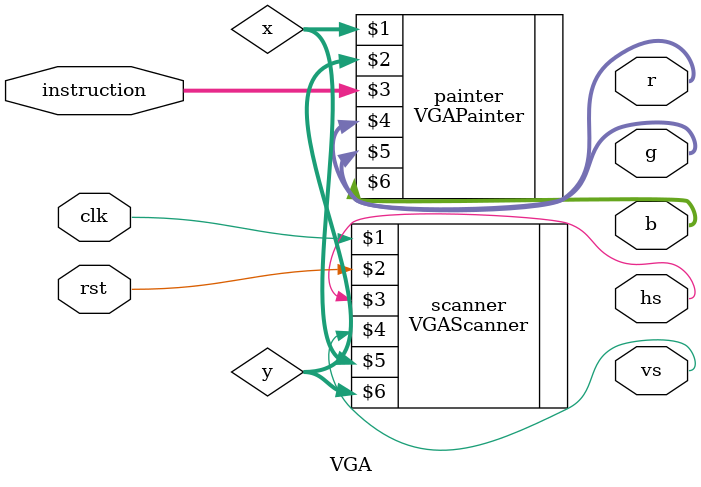
<source format=v>
`timescale 1ns / 1ps
module VGA(
		input clk, rst,
		output hs, vs,
		output [2:0] r, g, b,
		input [15:0] instruction
		//input [15:0] PC,
    );

reg clkOut;
	
always @(negedge clk, negedge rst)
begin
	if(rst == 0)
		clkOut = 0;
	else
		clkOut = ~clkOut;
end

wire [10:0] x, y;

VGAScanner scanner(
	clk,
	rst,
	hs, vs,
	x, y
);

VGAPainter painter(
	x, y,
	instruction[15:0],
	//pc,
	r, g, b
);

endmodule

</source>
